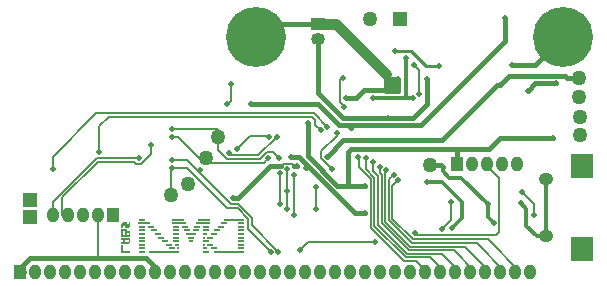
<source format=gbr>
G04 DipTrace 3.2.0.1*
G04 Bottom.gbr*
%MOIN*%
G04 #@! TF.FileFunction,Copper,L2,Bot*
G04 #@! TF.Part,Single*
%AMOUTLINE3*
4,1,6,
-0.015,-0.012,
-0.015,0.012,
-0.009,0.012,
-0.009,-0.006,
0.015,-0.006,
0.015,-0.012,
-0.015,-0.012,
0*%
%AMOUTLINE6*
4,1,14,
-0.015,-0.009,
-0.015,-0.003,
0.009,-0.003,
0.009,0.003,
-0.003,0.003,
-0.003,-0.003,
-0.009,-0.003,
-0.009,0.003,
-0.015,0.003,
-0.015,0.009,
0.015,0.009,
0.015,-0.003,
0.009,-0.009,
0.003,-0.009,
-0.015,-0.009,
0*%
%AMOUTLINE9*
4,1,18,
-0.015,-0.012,
-0.015,0.012,
0.003,0.012,
0.003,0.006,
0.015,0.006,
0.015,-0.012,
0.009,-0.012,
0.009,0.0,
0.003,0.0,
0.003,-0.006,
0.009,-0.006,
0.009,-0.012,
-0.003,-0.012,
-0.003,0.006,
-0.009,0.006,
-0.009,-0.006,
-0.003,-0.006,
-0.003,-0.012,
-0.015,-0.012,
0*%
%AMOUTLINE12*
4,1,14,
-0.015,-0.009,
-0.015,0.003,
-0.009,0.009,
0.003,0.009,
0.003,-0.003,
0.009,0.003,
0.009,0.009,
0.015,0.009,
0.015,-0.003,
0.009,-0.009,
-0.003,-0.009,
-0.003,0.003,
-0.009,-0.003,
-0.009,-0.009,
-0.015,-0.009,
0*%
G04 #@! TA.AperFunction,Conductor*
%ADD13C,0.006*%
%ADD14C,0.014*%
%ADD15C,0.035*%
%ADD17C,0.012*%
%ADD18C,0.011*%
%ADD19C,0.008*%
%ADD23C,0.016*%
G04 #@! TA.AperFunction,ComponentPad*
%ADD28O,0.049213X0.041339*%
%ADD29R,0.074803X0.07874*%
%ADD36R,0.03937X0.051181*%
%ADD37O,0.03937X0.051181*%
%ADD45C,0.05*%
%ADD46R,0.05X0.05*%
%ADD52R,0.045276X0.041339*%
%ADD53O,0.045276X0.041339*%
%ADD54C,0.05*%
%ADD59R,0.102X0.006*%
%ADD60R,0.024X0.006*%
%ADD61R,0.066X0.006*%
%ADD62R,0.048X0.006*%
%ADD63R,0.042X0.006*%
%ADD64R,0.036X0.006*%
%ADD65R,0.018X0.006*%
%ADD66R,0.006X0.006*%
G04 #@! TA.AperFunction,ComponentPad*
%ADD67C,0.2*%
G04 #@! TA.AperFunction,ViaPad*
%ADD68C,0.0185*%
%ADD161OUTLINE3*%
%ADD164OUTLINE6*%
%ADD167OUTLINE9*%
%ADD170OUTLINE12*%
%FSLAX26Y26*%
G04*
G70*
G90*
G75*
G01*
G04 Bottom*
%LPD*%
X2106701Y701701D2*
D13*
X2145701Y662701D1*
Y623701D1*
X2187701Y553701D2*
D14*
X2187692Y553710D1*
Y744646D1*
X1790701Y735701D2*
X1840701D1*
X1906701Y669701D1*
Y614701D1*
X1872701Y580701D1*
X2103046Y664103D2*
X2121701Y645448D1*
Y589701D1*
X2157701Y553701D1*
X2187701D1*
X1426701Y1261701D2*
D15*
X1486701D1*
X1653701Y1094701D1*
D18*
Y1080315D1*
X884701Y436701D2*
D23*
X886701D1*
Y448701D1*
X852701Y482701D1*
X692701D1*
X467701D1*
X434701Y449701D1*
X447701Y436701D1*
X434701D1*
X1323701Y779701D2*
D19*
Y706217D1*
Y645701D1*
X1357701Y789701D2*
D23*
X1345701D1*
D19*
X1338701Y796701D1*
X1310701D1*
X1303701Y789701D1*
D23*
X1267701D1*
X1159701Y681701D1*
X1144701D1*
X1654701Y1039701D2*
X1653701Y1040701D1*
X1578701D1*
X1552701Y1014701D1*
X1520701D1*
X1654701Y1039701D2*
X1693701D1*
Y1078701D1*
X1653701D1*
D18*
Y1080315D1*
D23*
X1654701Y1079315D1*
Y1039701D1*
X1693701Y1078701D1*
X1653701Y1080315D2*
X1693701Y1040315D1*
X692701Y625701D2*
D13*
Y482701D1*
X1218701Y1218701D2*
D23*
X1261701Y1261701D1*
X1426701D1*
X2243701Y1218701D2*
X2148701Y1123701D1*
X2073701D1*
X2012410Y597992D2*
D14*
X1992701Y617701D1*
Y661701D1*
X1610701Y1013701D2*
D17*
X1613701Y1016701D1*
X1718701D1*
X1742600D1*
X1718701D2*
Y1147701D1*
X1992701Y661701D2*
D14*
X1904701Y749701D1*
X1864701D1*
X1843701Y770701D1*
Y786701D1*
X1841701Y579701D2*
D13*
X1871701Y609701D1*
Y669701D1*
X1843701Y786701D2*
D23*
X1837701Y792701D1*
X1801701D1*
X1301701Y660701D2*
D19*
Y763701D1*
X1345701Y626701D2*
Y759701D1*
X2048701Y1280701D2*
D23*
Y1204701D1*
X1768701Y924701D1*
X1535701D1*
X1497701D1*
X1426701Y995701D1*
X1203276D1*
X2126701Y1038701D2*
X2151701Y1063701D1*
X2219701D1*
X1535701Y914701D2*
Y924701D1*
X870701Y859780D2*
D13*
Y829701D1*
X836701Y795701D1*
X821701D1*
X814701Y802701D1*
X693701D1*
X574701Y683701D1*
Y625701D1*
X592701D1*
X828701Y814701D2*
X688701D1*
X542701Y668701D1*
Y625701D1*
X1582701Y721701D2*
D23*
X1523925D1*
X1491701D1*
X1392701Y820701D1*
Y931701D1*
X1523925Y721701D2*
X1527701Y725477D1*
Y834701D1*
X1536701Y843701D1*
X1889701D1*
X1996701D1*
X2034701Y881701D1*
X2211701D1*
X1889701Y793701D2*
Y843701D1*
X1365701Y509701D2*
D13*
X1392701Y536701D1*
X1617701D1*
X1748701Y566701D2*
X1756701Y558701D1*
X2019701D1*
X2030701Y569701D1*
Y747701D1*
X1989701Y788701D1*
Y793701D1*
X1457701Y919701D2*
X1412701Y964701D1*
X687701D1*
X542315Y819315D1*
Y777701D1*
X1435201Y907201D2*
X1417701Y924701D1*
Y940701D1*
X1406701Y951701D1*
X728701D1*
X698221Y921221D1*
Y833701D1*
X1659701Y948701D2*
D23*
X1510701D1*
X1426701Y1032701D1*
Y1212488D1*
X1659701Y948701D2*
X1742701D1*
X1789701Y995701D1*
Y1078701D1*
X1583701Y631701D2*
X1549701D1*
X1393460Y787942D1*
X1363701Y817701D1*
X1337701D1*
X1393460Y787942D2*
X1385701Y780184D1*
X1457701Y819701D2*
X1511701Y873701D1*
X1839701D1*
X2024701Y1058701D1*
X2033701D1*
X1746701Y1125701D2*
D13*
X1763701Y1108701D1*
Y1038701D1*
X1764701Y1037701D1*
Y1027701D1*
X2033701Y1058701D2*
D23*
X2063701Y1088701D1*
X2248701D1*
X2255701Y1081701D1*
X2296701D1*
X1684071Y1170701D2*
D18*
X1737701D1*
X1785701Y1122701D1*
X1829701D1*
X1263701Y886701D2*
D13*
X1260701Y889701D1*
X1201701D1*
X1155701Y843701D1*
X1156701D1*
X1289701Y886701D2*
X1227701Y824701D1*
X1131701D1*
Y830701D1*
X1559701Y819701D2*
X1563701Y815701D1*
Y783701D1*
X1602701Y744701D1*
Y582701D1*
X1713701Y471701D1*
X1754701D1*
X1789701Y436701D1*
X1784701D1*
X1585701Y815701D2*
Y778701D1*
X1614701Y749701D1*
Y587701D1*
X1718701Y483701D1*
X1801701D1*
X1848701Y436701D1*
X1834701D1*
X1609701Y802701D2*
Y771701D1*
X1626701Y754701D1*
Y592701D1*
X1723701Y495701D1*
X1841701D1*
X1900701Y436701D1*
X1884701D1*
X1632701Y786701D2*
Y765701D1*
X1638701Y759701D1*
Y597701D1*
X1728701Y507701D1*
X1880701D1*
X1951701Y436701D1*
X1934701D1*
X1654701Y773701D2*
X1655201Y773201D1*
X1650701Y768701D1*
Y602701D1*
X1733701Y519701D1*
X1917701D1*
X2000701Y436701D1*
X1984701D1*
X1678701Y759701D2*
X1662701Y743701D1*
Y607701D1*
X1738701Y531701D1*
X1956701D1*
X2051701Y436701D1*
X2034701D1*
X1694701Y740701D2*
X1674701Y720701D1*
Y612701D1*
X1743701Y543701D1*
X1992701D1*
X2099701Y436701D1*
X2084701D1*
X1268701Y502701D2*
X1193701Y577701D1*
Y612701D1*
X1158701Y647701D1*
X1123701D1*
X989575Y781827D1*
X938701D1*
X935701Y692701D2*
Y781827D1*
X938701D1*
X1122701Y993701D2*
X1135701Y1006701D1*
Y1060701D1*
X1420701Y645701D2*
Y717701D1*
X1473701Y777701D2*
X1436701Y814701D1*
Y837701D1*
X1488701Y889701D1*
Y897701D1*
X1513701Y984701D2*
X1510701Y987701D1*
Y991701D1*
X1499701Y1002701D1*
Y1073701D1*
X1510701Y1084701D1*
Y1082701D1*
X1294701Y502701D2*
X1206701Y590701D1*
Y616701D1*
X1161701Y661701D1*
X1136701D1*
X1033701Y764701D1*
X990591Y807811D1*
X939701D1*
X1033701Y773701D2*
Y764701D1*
X1260701Y813701D2*
X1246701Y799701D1*
X1052701D1*
X1045701D1*
X959638Y885764D1*
X939701D1*
X1052701Y815701D2*
Y799701D1*
X1297701Y813701D2*
X1275701Y835701D1*
X1256701D1*
X1232701Y811701D1*
X1123701D1*
X1093701Y841701D1*
Y911748D1*
X1089700D1*
X1085607D1*
X938701D1*
X1092701Y883701D2*
Y912748D1*
X1093701Y911748D1*
X1092701Y883701D2*
X1085607Y890795D1*
Y911748D1*
X1089700D2*
X1092701Y908747D1*
Y883701D1*
D68*
X2106701Y701701D3*
X2145701Y623701D3*
X1790701Y735701D3*
X1872701Y580701D3*
X2103046Y664103D3*
X1653701Y1080315D3*
X1323701Y779701D3*
Y706217D3*
Y645701D3*
X1357701Y789701D3*
X1144701Y681701D3*
X1520701Y1014701D3*
X2073701Y1123701D3*
D3*
X2012410Y597992D3*
X1992701Y661701D3*
X1610701Y1013701D3*
X1742600Y1016701D3*
X1718701Y1147701D3*
X1843701Y786701D3*
X1841701Y579701D3*
X1871701Y669701D3*
X1843701Y786701D3*
X1301701Y660701D3*
Y763701D3*
X1345701Y626701D3*
Y759701D3*
X1301701Y763701D3*
X1345701Y759701D3*
X2048701Y1280701D3*
X1203276Y995701D3*
X2126701Y1038701D3*
X2219701Y1063701D3*
X1535701Y914701D3*
X870701Y859780D3*
X828701Y814701D3*
X1582701Y721701D3*
X1392701Y931701D3*
X2211701Y881701D3*
D3*
X1365701Y509701D3*
X1617701Y536701D3*
X1748701Y566701D3*
X1457701Y919701D3*
X542315Y777701D3*
X1435201Y907201D3*
X698221Y833701D3*
X1659701Y948701D3*
D3*
X1789701Y1077701D3*
X1583701Y631701D3*
X1337701Y817701D3*
X1385701Y780184D3*
X1457701Y819701D3*
X2033701Y1058701D3*
X1746701Y1125701D3*
X1764701Y1027701D3*
X1684071Y1170701D3*
X1829701Y1122701D3*
X1263701Y886701D3*
X1156701Y843701D3*
X1289701Y886701D3*
X1131701Y830701D3*
X1559701Y819701D3*
X1585701Y815701D3*
X1609701Y802701D3*
X1632701Y786701D3*
X1654701Y773701D3*
X1678701Y759701D3*
X1694701Y740701D3*
X1268701Y502701D3*
X938701Y781827D3*
X1122701Y993701D3*
X1135701Y1060701D3*
X1420701Y645701D3*
Y717701D3*
X1473701Y777701D3*
X1488701Y897701D3*
X1513701Y984701D3*
X1510701Y1082701D3*
X1294701Y502701D3*
X939701Y807811D3*
X1033701Y773701D3*
X1260701Y813701D3*
X939701Y885764D3*
X1297701Y813701D3*
X938701Y911748D3*
X1693701Y1039701D3*
X1654701D3*
X1693701Y1078701D3*
X1674701Y1059701D3*
D28*
X2187701Y553701D3*
X2187692Y744646D3*
D29*
X2305811Y510394D3*
Y787953D3*
D36*
X742701Y625701D3*
D37*
X692701D3*
X642701D3*
X592701D3*
X542701D3*
D36*
X1889701Y793701D3*
D37*
X1939701D3*
X1989701D3*
X2039701D3*
X2089701D3*
D45*
X1601701Y1279701D3*
D46*
X1701701D3*
D52*
X1426701Y1261701D3*
D53*
Y1212488D3*
D36*
X434701Y436701D3*
D37*
X484701D3*
X534701D3*
X584701D3*
X634701D3*
X684701D3*
X734701D3*
X784701D3*
X834701D3*
X884701D3*
X934701D3*
X984701D3*
X1034701D3*
X1084701D3*
X1134701D3*
X1184701D3*
X1234701D3*
X1284701D3*
X1334701D3*
X1384701D3*
X1434701D3*
X1484701D3*
X1534701D3*
X1584701D3*
X1634701D3*
X1684701D3*
X1734701D3*
X1784701D3*
X1834701D3*
X1884701D3*
X1934701D3*
X1984701D3*
X2034701D3*
X2084701D3*
X2134701D3*
D46*
X466701Y675701D3*
Y618701D3*
D54*
X1092701Y883701D3*
X1052701Y815701D3*
X935701Y692701D3*
X993701Y727701D3*
X2298701Y952701D3*
X2299701Y891701D3*
X2297701Y1017701D3*
X2296701Y1081701D3*
X1801701Y792701D3*
D59*
X1129701Y501701D3*
D60*
X1168701Y513701D3*
Y549701D3*
Y561701D3*
Y525701D3*
Y537701D3*
Y573701D3*
Y585701D3*
X1102701D3*
X1090701Y573701D3*
X1168701Y597701D3*
D61*
X1147701Y609701D3*
D60*
X1078701Y561701D3*
X1066701Y549701D3*
X1054701Y537701D3*
X1066701Y525701D3*
X1078701Y513701D3*
X1054701Y501701D3*
Y573701D3*
Y585701D3*
D62*
X1042701Y597701D3*
D63*
X1045701Y609701D3*
D60*
X1024701Y585701D3*
X1018701Y573701D3*
D64*
X1003701Y561701D3*
D60*
X952701Y573701D3*
Y585701D3*
D63*
X961701Y609701D3*
D62*
X964701Y597701D3*
D60*
X1003701Y549701D3*
X988701Y573701D3*
X982701Y585701D3*
D65*
X1003701Y537701D3*
D60*
X928701Y525701D3*
X916701Y537701D3*
X904701Y549701D3*
X892701Y561701D3*
D59*
X913701Y501701D3*
D60*
X940701Y513701D3*
X838701Y501701D3*
Y513701D3*
Y549701D3*
Y561701D3*
Y525701D3*
Y537701D3*
Y573701D3*
Y585701D3*
X952701Y561701D3*
X838701Y609701D3*
X868701Y585701D3*
X880701Y573701D3*
D63*
X847701Y597701D3*
D60*
X952701Y549701D3*
Y537701D3*
D65*
X955701Y525701D3*
D66*
X961701Y513701D3*
D60*
X1114701Y597701D3*
D66*
X1045701Y525701D3*
D65*
X1051701Y513701D3*
Y561701D3*
D66*
X1045701Y549701D3*
D161*
X787701Y510701D3*
D164*
Y537701D3*
D167*
Y564701D3*
D170*
Y591701D3*
D67*
X2243701Y1218701D3*
X1218701D3*
M02*

</source>
